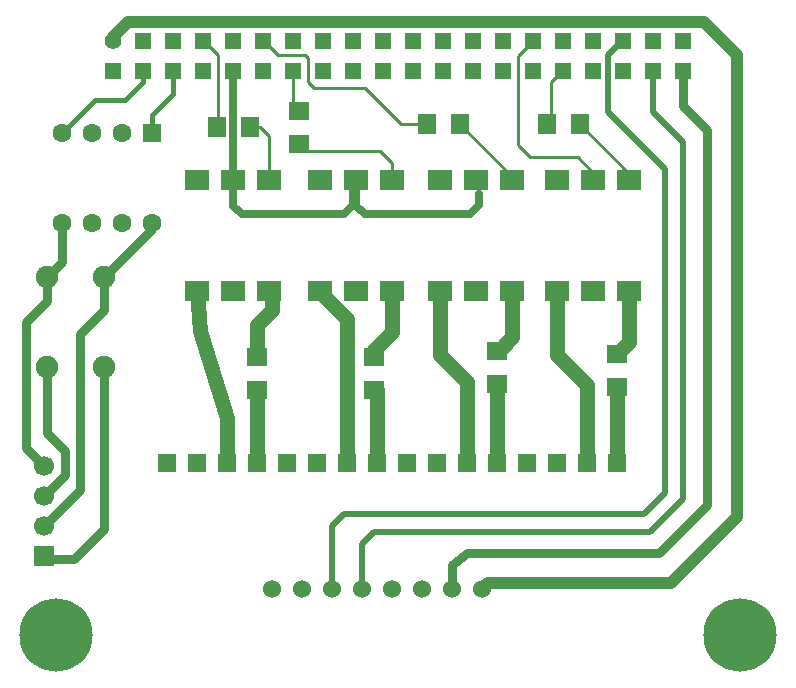
<source format=gtl>
G04 ---------------------------- Layer name :TOP LAYER*
G04 Sat, 24 Nov 2018 04:00:05 GMT*
G04 67e7144068ef4060983f5ba8a8309223*
G04 Gerber Generator version 0.2*
G04 Scale: 100 percent, Rotated: No, Reflected: No *
G04 Dimensions in inches *
G04 leading zeros omitted , absolute positions ,2 integer and 4 decimal *
%FSLAX24Y24*%
%MOIN*%
G90*
G70D02*

%ADD10C,0.010000*%
%ADD11C,0.015000*%
%ADD12C,0.030000*%
%ADD13C,0.040000*%
%ADD14C,0.025000*%
%ADD15C,0.050000*%
%ADD16C,0.020000*%
%ADD17R,0.078740X0.070866*%
%ADD18R,0.070900X0.063000*%
%ADD19R,0.063000X0.070900*%
%ADD20R,0.063000X0.063000*%
%ADD21C,0.063000*%
%ADD22C,0.075000*%
%ADD23R,0.066929X0.066929*%
%ADD24C,0.066929*%
%ADD25C,0.060000*%
%ADD26C,0.244100*%
%ADD27R,0.055700X0.055700*%
%ADD28C,0.055700*%
%ADD29R,0.062000X0.062000*%

G04 ---------------------------- copperAreaA Start*

G04 ---------------------------- copperAreaA End*

G04 ---------------------------- planeZoneA Start*

G04 ---------------------------- planeZoneA End*

G04 ---------------------------- Positive polarity*

%LPD*%

G04 ---------------------------- track start*
G54D11*
G01X4401Y20169D02*
G01X4401Y19800D01*
G01X3800Y19200D01*
G01X2800Y19200D01*
G01X1700Y18100D01*
G01X5401Y20169D02*
G01X5401Y19400D01*
G01X4700Y18698D01*
G01X4700Y18100D01*
G54D12*
G01X1700Y15100D02*
G01X1700Y13800D01*
G01X1200Y13300D01*
G01X4700Y15100D02*
G01X4700Y14900D01*
G01X3100Y13300D01*
G01X3100Y13300D02*
G01X3100Y12200D01*
G01X2300Y11400D01*
G01X2300Y6200D01*
G01X1100Y5000D01*
G01X1200Y13300D02*
G01X1200Y12500D01*
G01X500Y11800D01*
G01X500Y7600D01*
G01X1100Y7000D01*
G01X1200Y10300D02*
G01X1200Y8100D01*
G01X1700Y7600D01*
G01X1800Y7500D01*
G01X1800Y6700D01*
G01X1100Y6000D01*
G01X3100Y10300D02*
G01X3100Y4900D01*
G01X2100Y3900D01*
G01X1200Y3900D01*
G01X1100Y4000D01*
G54D13*
G01X3400Y21169D02*
G01X3400Y21300D01*
G01X3900Y21800D01*
G01X23105Y21800D01*
G01X24200Y20698D01*
G01X24200Y9000D01*
G01X24200Y5300D01*
G01X22000Y3100D01*
G01X15900Y3100D01*
G01X15700Y2900D01*
G54D10*
G01X6401Y21169D02*
G01X6431Y21169D01*
G01X6900Y20700D01*
G01X6900Y18350D01*
G01X6850Y18300D01*
G54D14*
G01X7401Y20169D02*
G01X7401Y16552D01*
G01X7402Y16550D01*
G54D10*
G01X7950Y18300D02*
G01X8300Y18300D01*
G01X8600Y18000D01*
G01X8600Y16550D01*
G01X8600Y16550D01*
G54D15*
G01X8200Y7100D02*
G01X8200Y9550D01*
G01X8200Y10650D02*
G01X8200Y11700D01*
G01X8700Y12200D01*
G01X8700Y12746D01*
G01X8593Y12851D01*
G01X6200Y12850D02*
G01X6300Y11500D01*
G01X7200Y8600D01*
G01X7200Y7100D01*
G54D14*
G01X7402Y16550D02*
G01X7402Y15696D01*
G01X7700Y15400D01*
G01X11100Y15400D01*
G01X11400Y15700D01*
G01X11400Y16446D01*
G01X11502Y16550D01*
G54D10*
G01X9400Y20169D02*
G01X9400Y19050D01*
G01X9600Y18850D01*
G01X12700Y16550D02*
G01X12700Y17100D01*
G01X12300Y17500D01*
G01X9850Y17500D01*
G01X9600Y17750D01*
G54D14*
G01X11502Y16550D02*
G01X11502Y15696D01*
G01X11800Y15400D01*
G01X15300Y15400D01*
G01X15600Y15700D01*
G01X15600Y16084D01*
G54D10*
G01X8400Y21169D02*
G01X8431Y21169D01*
G01X8900Y20700D01*
G01X9800Y20700D01*
G01X9900Y20600D01*
G01X9900Y19800D01*
G01X10100Y19600D01*
G01X11800Y19600D01*
G01X12400Y19000D01*
G01X13000Y18400D01*
G01X13850Y18400D01*
G01X14950Y18400D02*
G01X16700Y16650D01*
G01X16700Y16550D01*
G54D15*
G01X11200Y7100D02*
G01X11200Y11900D01*
G01X10300Y12800D01*
G01X12693Y12850D02*
G01X12693Y11490D01*
G01X12100Y10896D01*
G01X12100Y10650D01*
G01X12100Y9550D02*
G01X12200Y9550D01*
G01X12200Y7100D01*
G01X14300Y12850D02*
G01X14300Y10700D01*
G01X15200Y9800D01*
G01X15200Y7100D01*
G01X16694Y12850D02*
G01X16700Y11300D01*
G01X16250Y10850D01*
G01X16200Y10850D01*
G01X16200Y9750D02*
G01X16200Y7100D01*
G01X18200Y12850D02*
G01X18200Y10700D01*
G01X19200Y9700D01*
G01X19200Y7100D01*
G01X20593Y12850D02*
G01X20593Y12689D01*
G01X20593Y11143D01*
G01X20200Y10750D01*
G01X20200Y9650D02*
G01X20200Y7100D01*
G01X20200Y7100D01*
G54D16*
G01X20400Y21169D02*
G01X20368Y21169D01*
G01X19900Y20700D01*
G01X19900Y18800D01*
G01X21800Y16900D01*
G01X21800Y6100D01*
G01X21100Y5400D01*
G01X11100Y5400D01*
G01X10800Y5100D01*
G01X10700Y5000D01*
G01X10700Y2900D01*
G01X11700Y2900D02*
G01X11700Y4400D01*
G01X12100Y4800D01*
G01X21300Y4800D01*
G01X22400Y5900D01*
G01X22400Y17800D01*
G01X21400Y18800D01*
G01X21400Y20169D01*
G01X21400Y20169D01*
G54D12*
G01X22400Y20169D02*
G01X22400Y19000D01*
G01X23200Y18200D01*
G01X23200Y5700D01*
G01X21600Y4100D01*
G01X15200Y4100D01*
G01X14700Y3700D01*
G01X14700Y2900D01*
G54D10*
G01X20599Y16550D02*
G01X20599Y16750D01*
G01X18950Y18400D01*
G01X19402Y16550D02*
G01X19402Y16796D01*
G01X18900Y17300D01*
G01X17300Y17300D01*
G01X16900Y17700D01*
G01X16900Y20669D01*
G01X17400Y21169D01*
G01X18400Y20169D02*
G01X18370Y20169D01*
G01X18000Y19800D01*
G01X18000Y18550D01*
G01X17850Y18400D01*

G04 ---------------------------- track end*

G04 ---------------------------- text start*

G04 ---------------------------- text end*

G04 ---------------------------- protractor start*

G04 ---------------------------- protractor end*

G04 ---------------------------- PAD Start*
G54D17*
G01X20599Y16550D03*
G01X19402Y16550D03*
G01X18206Y16550D03*
G01X18200Y12850D03*
G01X19398Y12851D03*
G01X20594Y12851D03*
G54D18*
G01X9600Y18850D03*
G01X9600Y17750D03*
G54D19*
G01X13850Y18399D03*
G01X14950Y18399D03*
G01X17850Y18400D03*
G01X18950Y18400D03*
G54D18*
G01X8200Y10650D03*
G01X8200Y9550D03*
G54D17*
G01X8599Y16550D03*
G01X7402Y16550D03*
G01X6206Y16550D03*
G01X6200Y12850D03*
G01X7398Y12851D03*
G01X8594Y12851D03*
G54D19*
G01X6850Y18299D03*
G01X7950Y18299D03*
G54D18*
G01X12100Y10650D03*
G01X12100Y9550D03*
G54D17*
G01X12699Y16550D03*
G01X11502Y16550D03*
G01X10306Y16550D03*
G01X10300Y12850D03*
G01X11498Y12851D03*
G01X12694Y12851D03*
G54D18*
G01X16200Y10850D03*
G01X16200Y9750D03*
G54D17*
G01X16699Y16550D03*
G01X15502Y16550D03*
G01X14306Y16550D03*
G01X14300Y12850D03*
G01X15498Y12851D03*
G01X16694Y12851D03*
G54D18*
G01X20200Y10750D03*
G01X20200Y9650D03*

G04 ---------------------------- PAD End*

G04 ---------------------------- ARC Start*

G04 ---------------------------- ARC End*

G04 ---------------------------- CIRCLE Start*

G04 ---------------------------- CIRCLE End*

G04 ---------------------------- RECT Start*

G04 ---------------------------- RECT End*

G04 ---------------------------- SOLIDREGION Start*

G04 ---------------------------- SOLIDREGION End*

G04 ---------------------------- ALL layer Pad Via Start*
G54D20*
G01X4700Y18100D03*
G54D21*
G01X3700Y18100D03*
G01X2700Y18100D03*
G01X1700Y18100D03*
G01X1700Y15100D03*
G01X2700Y15100D03*
G01X3700Y15100D03*
G01X4700Y15100D03*
G54D22*
G01X3100Y13300D03*
G01X3100Y10300D03*
G01X1200Y13300D03*
G01X1200Y10300D03*
G54D23*
G01X1100Y4000D03*
G54D24*
G01X1100Y5000D03*
G01X1100Y6000D03*
G01X1100Y7000D03*
G54D25*
G01X15700Y2900D03*
G01X14700Y2900D03*
G01X13700Y2900D03*
G01X12700Y2900D03*
G01X11700Y2900D03*
G01X10700Y2900D03*
G01X9700Y2900D03*
G01X8700Y2900D03*
G54D26*
G01X1480Y1380D03*
G01X24310Y1380D03*
G54D27*
G01X3400Y20169D03*
G01X4400Y20169D03*
G01X5400Y20169D03*
G01X6400Y20169D03*
G01X7400Y20169D03*
G01X8400Y20169D03*
G54D28*
G01X3400Y21169D03*
G54D27*
G01X4400Y21169D03*
G01X5400Y21169D03*
G01X6400Y21169D03*
G01X7400Y21169D03*
G01X8400Y21169D03*
G01X9400Y20169D03*
G01X9400Y21169D03*
G01X10400Y20169D03*
G01X11400Y20169D03*
G01X12400Y20169D03*
G01X13400Y20169D03*
G01X14400Y20169D03*
G01X15400Y20169D03*
G01X10400Y21169D03*
G01X11400Y21169D03*
G01X12400Y21169D03*
G01X13400Y21169D03*
G01X14400Y21169D03*
G01X15400Y21169D03*
G01X16400Y20169D03*
G01X16400Y21169D03*
G01X17400Y20169D03*
G01X18400Y20169D03*
G01X19400Y20169D03*
G01X20400Y20169D03*
G01X21400Y20169D03*
G01X22400Y20169D03*
G01X17400Y21169D03*
G01X18400Y21169D03*
G01X19400Y21169D03*
G01X20400Y21169D03*
G01X21400Y21169D03*
G01X22400Y21169D03*
G54D29*
G01X18200Y7100D03*
G01X17200Y7100D03*
G01X15200Y7100D03*
G01X16200Y7100D03*
G01X11200Y7100D03*
G01X12200Y7100D03*
G01X7200Y7100D03*
G01X8200Y7100D03*
G01X5200Y7100D03*
G01X6200Y7100D03*
G01X19200Y7100D03*
G01X20200Y7100D03*
G01X14200Y7100D03*
G01X13200Y7100D03*
G01X10200Y7100D03*
G01X9200Y7100D03*

G04 ---------------------------- ALL layer Pad Via End*
M00*
M02*

</source>
